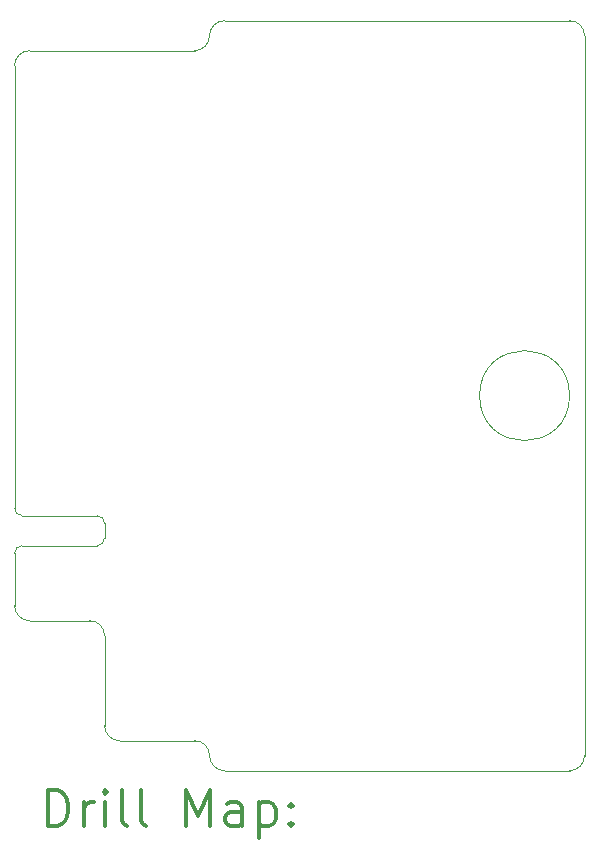
<source format=gbr>
%FSLAX45Y45*%
G04 Gerber Fmt 4.5, Leading zero omitted, Abs format (unit mm)*
G04 Created by KiCad (PCBNEW (5.1.2-1)-1) date 2023-07-30 19:33:04*
%MOMM*%
%LPD*%
G04 APERTURE LIST*
%ADD10C,0.050000*%
%ADD11C,0.200000*%
%ADD12C,0.300000*%
G04 APERTURE END LIST*
D10*
X6223000Y-4953000D02*
G75*
G03X6223000Y-4953000I-381000J0D01*
G01*
X2286000Y-6159500D02*
G75*
G02X2222500Y-6223000I-63500J0D01*
G01*
X2222500Y-5969000D02*
G75*
G02X2286000Y-6032500I0J-63500D01*
G01*
X2286000Y-6159500D02*
X2286000Y-6032500D01*
X1587500Y-5969000D02*
G75*
G02X1524000Y-5905500I0J63500D01*
G01*
X1524000Y-6286500D02*
G75*
G02X1587500Y-6223000I63500J0D01*
G01*
X3175000Y-1905000D02*
G75*
G02X3048000Y-2032000I-127000J0D01*
G01*
X3175000Y-1905000D02*
G75*
G02X3302000Y-1778000I127000J0D01*
G01*
X6223000Y-1778000D02*
G75*
G02X6350000Y-1905000I0J-127000D01*
G01*
X6350000Y-8001000D02*
G75*
G02X6223000Y-8128000I-127000J0D01*
G01*
X3302000Y-8128000D02*
G75*
G02X3175000Y-8001000I0J127000D01*
G01*
X3048000Y-7874000D02*
G75*
G02X3175000Y-8001000I0J-127000D01*
G01*
X2413000Y-7874000D02*
G75*
G02X2286000Y-7747000I0J127000D01*
G01*
X2159000Y-6858000D02*
G75*
G02X2286000Y-6985000I0J-127000D01*
G01*
X1651000Y-6858000D02*
G75*
G02X1524000Y-6731000I0J127000D01*
G01*
X1524000Y-2159000D02*
G75*
G02X1651000Y-2032000I127000J0D01*
G01*
X1524000Y-5905500D02*
X1524000Y-2159000D01*
X2222500Y-5969000D02*
X1587500Y-5969000D01*
X1587500Y-6223000D02*
X2222500Y-6223000D01*
X1524000Y-6731000D02*
X1524000Y-6286500D01*
X2159000Y-6858000D02*
X1651000Y-6858000D01*
X2286000Y-7747000D02*
X2286000Y-6985000D01*
X3048000Y-7874000D02*
X2413000Y-7874000D01*
X6223000Y-8128000D02*
X3302000Y-8128000D01*
X6350000Y-1905000D02*
X6350000Y-8001000D01*
X3302000Y-1778000D02*
X6223000Y-1778000D01*
X1651000Y-2032000D02*
X3048000Y-2032000D01*
D11*
D12*
X1807928Y-8596214D02*
X1807928Y-8296214D01*
X1879357Y-8296214D01*
X1922214Y-8310500D01*
X1950786Y-8339071D01*
X1965071Y-8367643D01*
X1979357Y-8424786D01*
X1979357Y-8467643D01*
X1965071Y-8524786D01*
X1950786Y-8553357D01*
X1922214Y-8581929D01*
X1879357Y-8596214D01*
X1807928Y-8596214D01*
X2107928Y-8596214D02*
X2107928Y-8396214D01*
X2107928Y-8453357D02*
X2122214Y-8424786D01*
X2136500Y-8410500D01*
X2165071Y-8396214D01*
X2193643Y-8396214D01*
X2293643Y-8596214D02*
X2293643Y-8396214D01*
X2293643Y-8296214D02*
X2279357Y-8310500D01*
X2293643Y-8324786D01*
X2307928Y-8310500D01*
X2293643Y-8296214D01*
X2293643Y-8324786D01*
X2479357Y-8596214D02*
X2450786Y-8581929D01*
X2436500Y-8553357D01*
X2436500Y-8296214D01*
X2636500Y-8596214D02*
X2607928Y-8581929D01*
X2593643Y-8553357D01*
X2593643Y-8296214D01*
X2979357Y-8596214D02*
X2979357Y-8296214D01*
X3079357Y-8510500D01*
X3179357Y-8296214D01*
X3179357Y-8596214D01*
X3450786Y-8596214D02*
X3450786Y-8439072D01*
X3436500Y-8410500D01*
X3407928Y-8396214D01*
X3350786Y-8396214D01*
X3322214Y-8410500D01*
X3450786Y-8581929D02*
X3422214Y-8596214D01*
X3350786Y-8596214D01*
X3322214Y-8581929D01*
X3307928Y-8553357D01*
X3307928Y-8524786D01*
X3322214Y-8496214D01*
X3350786Y-8481929D01*
X3422214Y-8481929D01*
X3450786Y-8467643D01*
X3593643Y-8396214D02*
X3593643Y-8696214D01*
X3593643Y-8410500D02*
X3622214Y-8396214D01*
X3679357Y-8396214D01*
X3707928Y-8410500D01*
X3722214Y-8424786D01*
X3736500Y-8453357D01*
X3736500Y-8539072D01*
X3722214Y-8567643D01*
X3707928Y-8581929D01*
X3679357Y-8596214D01*
X3622214Y-8596214D01*
X3593643Y-8581929D01*
X3865071Y-8567643D02*
X3879357Y-8581929D01*
X3865071Y-8596214D01*
X3850786Y-8581929D01*
X3865071Y-8567643D01*
X3865071Y-8596214D01*
X3865071Y-8410500D02*
X3879357Y-8424786D01*
X3865071Y-8439072D01*
X3850786Y-8424786D01*
X3865071Y-8410500D01*
X3865071Y-8439072D01*
M02*

</source>
